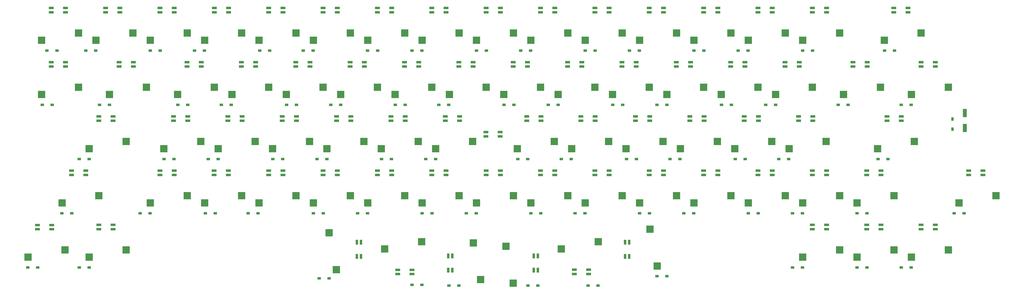
<source format=gbp>
G04 #@! TF.GenerationSoftware,KiCad,Pcbnew,5.0.2-bee76a0~70~ubuntu18.04.1*
G04 #@! TF.CreationDate,2020-02-19T02:44:08+09:00*
G04 #@! TF.ProjectId,thanatos,7468616e-6174-46f7-932e-6b696361645f,rev?*
G04 #@! TF.SameCoordinates,Original*
G04 #@! TF.FileFunction,Paste,Bot*
G04 #@! TF.FilePolarity,Positive*
%FSLAX46Y46*%
G04 Gerber Fmt 4.6, Leading zero omitted, Abs format (unit mm)*
G04 Created by KiCad (PCBNEW 5.0.2-bee76a0~70~ubuntu18.04.1) date 2020年02月19日 02時44分08秒*
%MOMM*%
%LPD*%
G01*
G04 APERTURE LIST*
%ADD10R,2.550000X2.500000*%
%ADD11R,1.399540X2.999740*%
%ADD12R,2.500000X2.550000*%
%ADD13R,1.300000X0.950000*%
%ADD14R,0.950000X1.300000*%
%ADD15R,1.800000X0.820000*%
%ADD16R,0.820000X1.800000*%
G04 APERTURE END LIST*
D10*
G04 #@! TO.C,SW46*
X333316000Y-73977500D03*
X320389000Y-76517500D03*
G04 #@! TD*
G04 #@! TO.C,SW32*
X345223000Y-54927500D03*
X332296000Y-57467500D03*
G04 #@! TD*
D11*
G04 #@! TO.C,R1*
X350964500Y-64010540D03*
X350964500Y-69212460D03*
G04 #@! TD*
D10*
G04 #@! TO.C,SW10*
X211873000Y-35877500D03*
X198946000Y-38417500D03*
G04 #@! TD*
G04 #@! TO.C,SW52*
X154723000Y-93027500D03*
X141796000Y-95567500D03*
G04 #@! TD*
G04 #@! TO.C,SW64*
X57091200Y-112078000D03*
X44164200Y-114618000D03*
G04 #@! TD*
D12*
G04 #@! TO.C,SW70*
X240665000Y-104834000D03*
X243205000Y-117761000D03*
G04 #@! TD*
D10*
G04 #@! TO.C,SW3*
X78522500Y-35877500D03*
X65595500Y-38417500D03*
G04 #@! TD*
G04 #@! TO.C,SW69*
X209609000Y-111760000D03*
X222536000Y-109220000D03*
G04 #@! TD*
G04 #@! TO.C,SW16*
X335697000Y-35877500D03*
X322770000Y-38417500D03*
G04 #@! TD*
G04 #@! TO.C,SW62*
X361891000Y-93027500D03*
X348964000Y-95567500D03*
G04 #@! TD*
G04 #@! TO.C,SW33*
X57091200Y-73977500D03*
X44164200Y-76517500D03*
G04 #@! TD*
G04 #@! TO.C,SW47*
X47566200Y-93027500D03*
X34639200Y-95567500D03*
G04 #@! TD*
D12*
G04 #@! TO.C,SW65*
X130810000Y-119004000D03*
X128270000Y-106077000D03*
G04 #@! TD*
D10*
G04 #@! TO.C,SW66*
X147696000Y-111760000D03*
X160623000Y-109220000D03*
G04 #@! TD*
D12*
G04 #@! TO.C,SW67*
X178752000Y-109596000D03*
X181292000Y-122523000D03*
G04 #@! TD*
G04 #@! TO.C,SW68*
X192722000Y-123766000D03*
X190182000Y-110839000D03*
G04 #@! TD*
D10*
G04 #@! TO.C,SW18*
X64235000Y-54927500D03*
X51308000Y-57467500D03*
G04 #@! TD*
G04 #@! TO.C,SW31*
X321410000Y-54927500D03*
X308483000Y-57467500D03*
G04 #@! TD*
G04 #@! TO.C,SW1*
X40422500Y-35877500D03*
X27495500Y-38417500D03*
G04 #@! TD*
G04 #@! TO.C,SW2*
X59472500Y-35877500D03*
X46545500Y-38417500D03*
G04 #@! TD*
G04 #@! TO.C,SW4*
X97572500Y-35877500D03*
X84645500Y-38417500D03*
G04 #@! TD*
G04 #@! TO.C,SW5*
X116623000Y-35877500D03*
X103696000Y-38417500D03*
G04 #@! TD*
G04 #@! TO.C,SW6*
X135673000Y-35877500D03*
X122746000Y-38417500D03*
G04 #@! TD*
G04 #@! TO.C,SW7*
X154723000Y-35877500D03*
X141796000Y-38417500D03*
G04 #@! TD*
G04 #@! TO.C,SW8*
X173773000Y-35877500D03*
X160846000Y-38417500D03*
G04 #@! TD*
G04 #@! TO.C,SW9*
X192823000Y-35877500D03*
X179896000Y-38417500D03*
G04 #@! TD*
G04 #@! TO.C,SW11*
X230923000Y-35877500D03*
X217996000Y-38417500D03*
G04 #@! TD*
G04 #@! TO.C,SW12*
X249973000Y-35877500D03*
X237046000Y-38417500D03*
G04 #@! TD*
G04 #@! TO.C,SW14*
X288073000Y-35877500D03*
X275146000Y-38417500D03*
G04 #@! TD*
G04 #@! TO.C,SW15*
X307123000Y-35877500D03*
X294196000Y-38417500D03*
G04 #@! TD*
G04 #@! TO.C,SW17*
X40422500Y-54927500D03*
X27495500Y-57467500D03*
G04 #@! TD*
G04 #@! TO.C,SW19*
X88047500Y-54927500D03*
X75120500Y-57467500D03*
G04 #@! TD*
G04 #@! TO.C,SW20*
X107097000Y-54927500D03*
X94170000Y-57467500D03*
G04 #@! TD*
G04 #@! TO.C,SW21*
X126147000Y-54927500D03*
X113220000Y-57467500D03*
G04 #@! TD*
G04 #@! TO.C,SW22*
X145197000Y-54927500D03*
X132270000Y-57467500D03*
G04 #@! TD*
G04 #@! TO.C,SW23*
X164247000Y-54927500D03*
X151320000Y-57467500D03*
G04 #@! TD*
G04 #@! TO.C,SW24*
X183297000Y-54927500D03*
X170370000Y-57467500D03*
G04 #@! TD*
G04 #@! TO.C,SW25*
X202347000Y-54927500D03*
X189420000Y-57467500D03*
G04 #@! TD*
G04 #@! TO.C,SW26*
X221397000Y-54927500D03*
X208470000Y-57467500D03*
G04 #@! TD*
G04 #@! TO.C,SW27*
X240447000Y-54927500D03*
X227520000Y-57467500D03*
G04 #@! TD*
G04 #@! TO.C,SW28*
X259497000Y-54927500D03*
X246570000Y-57467500D03*
G04 #@! TD*
G04 #@! TO.C,SW29*
X278547000Y-54927500D03*
X265620000Y-57467500D03*
G04 #@! TD*
G04 #@! TO.C,SW30*
X297597000Y-54927500D03*
X284670000Y-57467500D03*
G04 #@! TD*
G04 #@! TO.C,SW34*
X83285000Y-73977500D03*
X70358000Y-76517500D03*
G04 #@! TD*
G04 #@! TO.C,SW35*
X102335000Y-73977500D03*
X89408000Y-76517500D03*
G04 #@! TD*
G04 #@! TO.C,SW36*
X121385000Y-73977500D03*
X108458000Y-76517500D03*
G04 #@! TD*
G04 #@! TO.C,SW37*
X140435000Y-73977500D03*
X127508000Y-76517500D03*
G04 #@! TD*
G04 #@! TO.C,SW38*
X159485000Y-73977500D03*
X146558000Y-76517500D03*
G04 #@! TD*
G04 #@! TO.C,SW39*
X178535000Y-73977500D03*
X165608000Y-76517500D03*
G04 #@! TD*
G04 #@! TO.C,SW40*
X207110000Y-73977500D03*
X194183000Y-76517500D03*
G04 #@! TD*
G04 #@! TO.C,SW41*
X226160000Y-73977500D03*
X213233000Y-76517500D03*
G04 #@! TD*
G04 #@! TO.C,SW42*
X245210000Y-73977500D03*
X232283000Y-76517500D03*
G04 #@! TD*
G04 #@! TO.C,SW43*
X264260000Y-73977500D03*
X251333000Y-76517500D03*
G04 #@! TD*
G04 #@! TO.C,SW44*
X283310000Y-73977500D03*
X270383000Y-76517500D03*
G04 #@! TD*
G04 #@! TO.C,SW45*
X302360000Y-73977500D03*
X289433000Y-76517500D03*
G04 #@! TD*
G04 #@! TO.C,SW48*
X78522500Y-93027500D03*
X65595500Y-95567500D03*
G04 #@! TD*
G04 #@! TO.C,SW49*
X97572500Y-93027500D03*
X84645500Y-95567500D03*
G04 #@! TD*
G04 #@! TO.C,SW50*
X116623000Y-93027500D03*
X103696000Y-95567500D03*
G04 #@! TD*
G04 #@! TO.C,SW51*
X135673000Y-93027500D03*
X122746000Y-95567500D03*
G04 #@! TD*
G04 #@! TO.C,SW53*
X173773000Y-93027500D03*
X160846000Y-95567500D03*
G04 #@! TD*
G04 #@! TO.C,SW54*
X192823000Y-93027500D03*
X179896000Y-95567500D03*
G04 #@! TD*
G04 #@! TO.C,SW55*
X211873000Y-93027500D03*
X198946000Y-95567500D03*
G04 #@! TD*
G04 #@! TO.C,SW56*
X230923000Y-93027500D03*
X217996000Y-95567500D03*
G04 #@! TD*
G04 #@! TO.C,SW57*
X237046000Y-95567500D03*
X249973000Y-93027500D03*
G04 #@! TD*
G04 #@! TO.C,SW58*
X269023000Y-93027500D03*
X256096000Y-95567500D03*
G04 #@! TD*
G04 #@! TO.C,SW59*
X288073000Y-93027500D03*
X275146000Y-95567500D03*
G04 #@! TD*
G04 #@! TO.C,SW60*
X307123000Y-93027500D03*
X294196000Y-95567500D03*
G04 #@! TD*
G04 #@! TO.C,SW61*
X326173000Y-93027500D03*
X313246000Y-95567500D03*
G04 #@! TD*
G04 #@! TO.C,SW63*
X35660000Y-112078000D03*
X22733000Y-114618000D03*
G04 #@! TD*
G04 #@! TO.C,SW71*
X307123000Y-112078000D03*
X294196000Y-114618000D03*
G04 #@! TD*
G04 #@! TO.C,SW72*
X326173000Y-112078000D03*
X313246000Y-114618000D03*
G04 #@! TD*
G04 #@! TO.C,SW73*
X345223000Y-112078000D03*
X332296000Y-114618000D03*
G04 #@! TD*
G04 #@! TO.C,SW13*
X269023000Y-35877500D03*
X256096000Y-38417500D03*
G04 #@! TD*
D13*
G04 #@! TO.C,D1*
X32890000Y-42100500D03*
X29340000Y-42100500D03*
G04 #@! TD*
G04 #@! TO.C,D2*
X42929000Y-42100500D03*
X46479000Y-42100500D03*
G04 #@! TD*
G04 #@! TO.C,D3*
X69085000Y-42100500D03*
X65535000Y-42100500D03*
G04 #@! TD*
G04 #@! TO.C,D4*
X84579000Y-42100500D03*
X81029000Y-42100500D03*
G04 #@! TD*
G04 #@! TO.C,D5*
X103889000Y-42100500D03*
X107439000Y-42100500D03*
G04 #@! TD*
G04 #@! TO.C,D6*
X122679000Y-42100500D03*
X119129000Y-42100500D03*
G04 #@! TD*
G04 #@! TO.C,D7*
X145282000Y-42100500D03*
X141732000Y-42100500D03*
G04 #@! TD*
G04 #@! TO.C,D8*
X157229000Y-42100500D03*
X160779000Y-42100500D03*
G04 #@! TD*
G04 #@! TO.C,D9*
X179835000Y-42100500D03*
X183385000Y-42100500D03*
G04 #@! TD*
G04 #@! TO.C,D10*
X198879000Y-42100500D03*
X195329000Y-42100500D03*
G04 #@! TD*
G04 #@! TO.C,D11*
X217935000Y-42100500D03*
X221485000Y-42100500D03*
G04 #@! TD*
G04 #@! TO.C,D12*
X233429000Y-42100500D03*
X236979000Y-42100500D03*
G04 #@! TD*
G04 #@! TO.C,D13*
X256035000Y-42100500D03*
X259585000Y-42100500D03*
G04 #@! TD*
G04 #@! TO.C,D14*
X271529000Y-42100500D03*
X275079000Y-42100500D03*
G04 #@! TD*
G04 #@! TO.C,D15*
X294135000Y-42100500D03*
X297685000Y-42100500D03*
G04 #@! TD*
G04 #@! TO.C,D16*
X322837000Y-42100500D03*
X326387000Y-42100500D03*
G04 #@! TD*
G04 #@! TO.C,D17*
X31239000Y-61150500D03*
X27689000Y-61150500D03*
G04 #@! TD*
G04 #@! TO.C,D18*
X47755000Y-61150500D03*
X51305000Y-61150500D03*
G04 #@! TD*
G04 #@! TO.C,D19*
X78737000Y-61150500D03*
X75187000Y-61150500D03*
G04 #@! TD*
G04 #@! TO.C,D20*
X93977000Y-61150500D03*
X90427000Y-61150500D03*
G04 #@! TD*
G04 #@! TO.C,D21*
X113287000Y-61150500D03*
X116837000Y-61150500D03*
G04 #@! TD*
G04 #@! TO.C,D22*
X132331000Y-61150500D03*
X128781000Y-61150500D03*
G04 #@! TD*
G04 #@! TO.C,D23*
X151387000Y-61150500D03*
X154937000Y-61150500D03*
G04 #@! TD*
G04 #@! TO.C,D24*
X166627000Y-61150500D03*
X170177000Y-61150500D03*
G04 #@! TD*
G04 #@! TO.C,D25*
X189487000Y-61150500D03*
X193037000Y-61150500D03*
G04 #@! TD*
G04 #@! TO.C,D26*
X204981000Y-61150500D03*
X208531000Y-61150500D03*
G04 #@! TD*
G04 #@! TO.C,D27*
X227587000Y-61150500D03*
X231137000Y-61150500D03*
G04 #@! TD*
G04 #@! TO.C,D28*
X246631000Y-61150500D03*
X243081000Y-61150500D03*
G04 #@! TD*
G04 #@! TO.C,D29*
X269237000Y-61150500D03*
X265687000Y-61150500D03*
G04 #@! TD*
G04 #@! TO.C,D30*
X284731000Y-61150500D03*
X281181000Y-61150500D03*
G04 #@! TD*
G04 #@! TO.C,D31*
X310131000Y-61150500D03*
X306581000Y-61150500D03*
G04 #@! TD*
G04 #@! TO.C,D32*
X328679000Y-61150500D03*
X332229000Y-61150500D03*
G04 #@! TD*
G04 #@! TO.C,D33*
X40643000Y-80200500D03*
X44193000Y-80200500D03*
G04 #@! TD*
G04 #@! TO.C,D34*
X73911000Y-80200500D03*
X70361000Y-80200500D03*
G04 #@! TD*
G04 #@! TO.C,D35*
X85855000Y-80200500D03*
X89405000Y-80200500D03*
G04 #@! TD*
G04 #@! TO.C,D36*
X108461000Y-80200500D03*
X112011000Y-80200500D03*
G04 #@! TD*
G04 #@! TO.C,D37*
X123955000Y-80200500D03*
X127505000Y-80200500D03*
G04 #@! TD*
G04 #@! TO.C,D38*
X150111000Y-80200500D03*
X146561000Y-80200500D03*
G04 #@! TD*
G04 #@! TO.C,D39*
X165605000Y-80200500D03*
X162055000Y-80200500D03*
G04 #@! TD*
G04 #@! TO.C,D40*
X194313000Y-80200500D03*
X197863000Y-80200500D03*
G04 #@! TD*
G04 #@! TO.C,D41*
X213103000Y-80200500D03*
X209553000Y-80200500D03*
G04 #@! TD*
G04 #@! TO.C,D42*
X232413000Y-80200500D03*
X235963000Y-80200500D03*
G04 #@! TD*
G04 #@! TO.C,D43*
X247653000Y-80200500D03*
X251203000Y-80200500D03*
G04 #@! TD*
G04 #@! TO.C,D44*
X270513000Y-80200500D03*
X274063000Y-80200500D03*
G04 #@! TD*
G04 #@! TO.C,D45*
X285753000Y-80200500D03*
X289303000Y-80200500D03*
G04 #@! TD*
G04 #@! TO.C,D46*
X320551000Y-80200500D03*
X324101000Y-80200500D03*
G04 #@! TD*
G04 #@! TO.C,D47*
X34547000Y-99250500D03*
X38097000Y-99250500D03*
G04 #@! TD*
G04 #@! TO.C,D48*
X65529000Y-99250500D03*
X61979000Y-99250500D03*
G04 #@! TD*
G04 #@! TO.C,D49*
X88389000Y-99250500D03*
X84839000Y-99250500D03*
G04 #@! TD*
G04 #@! TO.C,D50*
X103375000Y-99250500D03*
X99825000Y-99250500D03*
G04 #@! TD*
G04 #@! TO.C,D51*
X126235000Y-99250500D03*
X122685000Y-99250500D03*
G04 #@! TD*
G04 #@! TO.C,D52*
X138179000Y-99250500D03*
X141729000Y-99250500D03*
G04 #@! TD*
G04 #@! TO.C,D53*
X164335000Y-99250500D03*
X160785000Y-99250500D03*
G04 #@! TD*
G04 #@! TO.C,D54*
X179829000Y-99250500D03*
X176279000Y-99250500D03*
G04 #@! TD*
G04 #@! TO.C,D55*
X198885000Y-99250500D03*
X202435000Y-99250500D03*
G04 #@! TD*
G04 #@! TO.C,D56*
X217929000Y-99250500D03*
X214379000Y-99250500D03*
G04 #@! TD*
G04 #@! TO.C,D57*
X240535000Y-99250500D03*
X236985000Y-99250500D03*
G04 #@! TD*
G04 #@! TO.C,D58*
X256029000Y-99250500D03*
X252479000Y-99250500D03*
G04 #@! TD*
G04 #@! TO.C,D59*
X278635000Y-99250500D03*
X275085000Y-99250500D03*
G04 #@! TD*
G04 #@! TO.C,D60*
X294129000Y-99250500D03*
X290579000Y-99250500D03*
G04 #@! TD*
G04 #@! TO.C,D61*
X316735000Y-99250500D03*
X313185000Y-99250500D03*
G04 #@! TD*
G04 #@! TO.C,D62*
X350771000Y-99250500D03*
X347221000Y-99250500D03*
G04 #@! TD*
G04 #@! TO.C,D63*
X26159000Y-118300000D03*
X22609000Y-118300000D03*
G04 #@! TD*
G04 #@! TO.C,D64*
X40643000Y-118300000D03*
X44193000Y-118300000D03*
G04 #@! TD*
G04 #@! TO.C,D65*
X124717000Y-122110000D03*
X128267000Y-122110000D03*
G04 #@! TD*
G04 #@! TO.C,D66*
X160779000Y-124396000D03*
X157229000Y-124396000D03*
G04 #@! TD*
G04 #@! TO.C,D67*
X170183000Y-124650000D03*
X173733000Y-124650000D03*
G04 #@! TD*
G04 #@! TO.C,D68*
X201419000Y-124650000D03*
X197869000Y-124650000D03*
G04 #@! TD*
G04 #@! TO.C,D69*
X222501000Y-124650000D03*
X218951000Y-124650000D03*
G04 #@! TD*
G04 #@! TO.C,D70*
X246631000Y-121348000D03*
X243081000Y-121348000D03*
G04 #@! TD*
G04 #@! TO.C,D71*
X290579000Y-118300000D03*
X294129000Y-118300000D03*
G04 #@! TD*
G04 #@! TO.C,D72*
X313185000Y-118300000D03*
X316735000Y-118300000D03*
G04 #@! TD*
G04 #@! TO.C,D73*
X328682000Y-118300000D03*
X332232000Y-118300000D03*
G04 #@! TD*
D14*
G04 #@! TO.C,D74*
X346646500Y-66106500D03*
X346646500Y-69656500D03*
G04 #@! TD*
D15*
G04 #@! TO.C,L1*
X326112000Y-27126500D03*
X326112000Y-28626500D03*
X331112000Y-28626500D03*
X331112000Y-27126500D03*
G04 #@! TD*
G04 #@! TO.C,L2*
X302538000Y-27126500D03*
X302538000Y-28626500D03*
X297538000Y-28626500D03*
X297538000Y-27126500D03*
G04 #@! TD*
G04 #@! TO.C,L3*
X283488000Y-27126500D03*
X283488000Y-28626500D03*
X278488000Y-28626500D03*
X278488000Y-27126500D03*
G04 #@! TD*
G04 #@! TO.C,L4*
X259438000Y-27126500D03*
X259438000Y-28626500D03*
X264438000Y-28626500D03*
X264438000Y-27126500D03*
G04 #@! TD*
G04 #@! TO.C,L5*
X245388000Y-27126500D03*
X245388000Y-28626500D03*
X240388000Y-28626500D03*
X240388000Y-27126500D03*
G04 #@! TD*
G04 #@! TO.C,L6*
X221338000Y-27126500D03*
X221338000Y-28626500D03*
X226338000Y-28626500D03*
X226338000Y-27126500D03*
G04 #@! TD*
G04 #@! TO.C,L7*
X207288000Y-27126500D03*
X207288000Y-28626500D03*
X202288000Y-28626500D03*
X202288000Y-27126500D03*
G04 #@! TD*
G04 #@! TO.C,L8*
X183238000Y-27126500D03*
X183238000Y-28626500D03*
X188238000Y-28626500D03*
X188238000Y-27126500D03*
G04 #@! TD*
G04 #@! TO.C,L9*
X169188000Y-27126500D03*
X169188000Y-28626500D03*
X164188000Y-28626500D03*
X164188000Y-27126500D03*
G04 #@! TD*
G04 #@! TO.C,L10*
X145138000Y-27126500D03*
X145138000Y-28626500D03*
X150138000Y-28626500D03*
X150138000Y-27126500D03*
G04 #@! TD*
G04 #@! TO.C,L11*
X131088000Y-27126500D03*
X131088000Y-28626500D03*
X126088000Y-28626500D03*
X126088000Y-27126500D03*
G04 #@! TD*
G04 #@! TO.C,L12*
X112038000Y-27126500D03*
X112038000Y-28626500D03*
X107038000Y-28626500D03*
X107038000Y-27126500D03*
G04 #@! TD*
G04 #@! TO.C,L13*
X87987500Y-27126500D03*
X87987500Y-28626500D03*
X92987500Y-28626500D03*
X92987500Y-27126500D03*
G04 #@! TD*
G04 #@! TO.C,L14*
X73937500Y-27126500D03*
X73937500Y-28626500D03*
X68937500Y-28626500D03*
X68937500Y-27126500D03*
G04 #@! TD*
G04 #@! TO.C,L15*
X49887500Y-27126500D03*
X49887500Y-28626500D03*
X54887500Y-28626500D03*
X54887500Y-27126500D03*
G04 #@! TD*
G04 #@! TO.C,L16*
X35837500Y-27126500D03*
X35837500Y-28626500D03*
X30837500Y-28626500D03*
X30837500Y-27126500D03*
G04 #@! TD*
G04 #@! TO.C,L17*
X35837500Y-47676500D03*
X35837500Y-46176500D03*
X30837500Y-46176500D03*
X30837500Y-47676500D03*
G04 #@! TD*
G04 #@! TO.C,L18*
X54650000Y-47676500D03*
X54650000Y-46176500D03*
X59650000Y-46176500D03*
X59650000Y-47676500D03*
G04 #@! TD*
G04 #@! TO.C,L19*
X83462500Y-47676500D03*
X83462500Y-46176500D03*
X78462500Y-46176500D03*
X78462500Y-47676500D03*
G04 #@! TD*
G04 #@! TO.C,L20*
X97512000Y-47676500D03*
X97512000Y-46176500D03*
X102512000Y-46176500D03*
X102512000Y-47676500D03*
G04 #@! TD*
G04 #@! TO.C,L21*
X116562000Y-47676500D03*
X116562000Y-46176500D03*
X121562000Y-46176500D03*
X121562000Y-47676500D03*
G04 #@! TD*
G04 #@! TO.C,L22*
X140612000Y-47676500D03*
X140612000Y-46176500D03*
X135612000Y-46176500D03*
X135612000Y-47676500D03*
G04 #@! TD*
G04 #@! TO.C,L23*
X154662000Y-47676500D03*
X154662000Y-46176500D03*
X159662000Y-46176500D03*
X159662000Y-47676500D03*
G04 #@! TD*
G04 #@! TO.C,L24*
X178712000Y-47676500D03*
X178712000Y-46176500D03*
X173712000Y-46176500D03*
X173712000Y-47676500D03*
G04 #@! TD*
G04 #@! TO.C,L25*
X192762000Y-47676500D03*
X192762000Y-46176500D03*
X197762000Y-46176500D03*
X197762000Y-47676500D03*
G04 #@! TD*
G04 #@! TO.C,L26*
X216812000Y-47676500D03*
X216812000Y-46176500D03*
X211812000Y-46176500D03*
X211812000Y-47676500D03*
G04 #@! TD*
G04 #@! TO.C,L27*
X230862000Y-47676500D03*
X230862000Y-46176500D03*
X235862000Y-46176500D03*
X235862000Y-47676500D03*
G04 #@! TD*
G04 #@! TO.C,L28*
X254912000Y-47676500D03*
X254912000Y-46176500D03*
X249912000Y-46176500D03*
X249912000Y-47676500D03*
G04 #@! TD*
G04 #@! TO.C,L29*
X268962000Y-47676500D03*
X268962000Y-46176500D03*
X273962000Y-46176500D03*
X273962000Y-47676500D03*
G04 #@! TD*
G04 #@! TO.C,L30*
X293012000Y-47676500D03*
X293012000Y-46176500D03*
X288012000Y-46176500D03*
X288012000Y-47676500D03*
G04 #@! TD*
G04 #@! TO.C,L31*
X316825000Y-47676500D03*
X316825000Y-46176500D03*
X311825000Y-46176500D03*
X311825000Y-47676500D03*
G04 #@! TD*
G04 #@! TO.C,L32*
X340638000Y-47676500D03*
X340638000Y-46176500D03*
X335638000Y-46176500D03*
X335638000Y-47676500D03*
G04 #@! TD*
G04 #@! TO.C,L33*
X323731000Y-65226500D03*
X323731000Y-66726500D03*
X328731000Y-66726500D03*
X328731000Y-65226500D03*
G04 #@! TD*
G04 #@! TO.C,L34*
X297775000Y-65226500D03*
X297775000Y-66726500D03*
X292775000Y-66726500D03*
X292775000Y-65226500D03*
G04 #@! TD*
G04 #@! TO.C,L35*
X273725000Y-65226500D03*
X273725000Y-66726500D03*
X278725000Y-66726500D03*
X278725000Y-65226500D03*
G04 #@! TD*
G04 #@! TO.C,L36*
X259675000Y-65226500D03*
X259675000Y-66726500D03*
X254675000Y-66726500D03*
X254675000Y-65226500D03*
G04 #@! TD*
G04 #@! TO.C,L37*
X235625000Y-65226500D03*
X235625000Y-66726500D03*
X240625000Y-66726500D03*
X240625000Y-65226500D03*
G04 #@! TD*
G04 #@! TO.C,L38*
X221448000Y-65226500D03*
X221448000Y-66726500D03*
X216448000Y-66726500D03*
X216448000Y-65226500D03*
G04 #@! TD*
G04 #@! TO.C,L39*
X197525000Y-65226500D03*
X197525000Y-66726500D03*
X202525000Y-66726500D03*
X202525000Y-65226500D03*
G04 #@! TD*
G04 #@! TO.C,L40*
X188174000Y-70687500D03*
X188174000Y-72187500D03*
X183174000Y-72187500D03*
X183174000Y-70687500D03*
G04 #@! TD*
G04 #@! TO.C,L41*
X168950000Y-65226500D03*
X168950000Y-66726500D03*
X173950000Y-66726500D03*
X173950000Y-65226500D03*
G04 #@! TD*
G04 #@! TO.C,L42*
X149900000Y-65226500D03*
X149900000Y-66726500D03*
X154900000Y-66726500D03*
X154900000Y-65226500D03*
G04 #@! TD*
G04 #@! TO.C,L43*
X135850000Y-65226500D03*
X135850000Y-66726500D03*
X130850000Y-66726500D03*
X130850000Y-65226500D03*
G04 #@! TD*
G04 #@! TO.C,L44*
X111800000Y-65226500D03*
X111800000Y-66726500D03*
X116800000Y-66726500D03*
X116800000Y-65226500D03*
G04 #@! TD*
G04 #@! TO.C,L45*
X97750000Y-65226500D03*
X97750000Y-66726500D03*
X92750000Y-66726500D03*
X92750000Y-65226500D03*
G04 #@! TD*
G04 #@! TO.C,L46*
X73700000Y-65226500D03*
X73700000Y-66726500D03*
X78700000Y-66726500D03*
X78700000Y-65226500D03*
G04 #@! TD*
G04 #@! TO.C,L47*
X52506200Y-65226500D03*
X52506200Y-66726500D03*
X47506200Y-66726500D03*
X47506200Y-65226500D03*
G04 #@! TD*
G04 #@! TO.C,L48*
X42981200Y-85776500D03*
X42981200Y-84276500D03*
X37981200Y-84276500D03*
X37981200Y-85776500D03*
G04 #@! TD*
G04 #@! TO.C,L49*
X73937500Y-85776500D03*
X73937500Y-84276500D03*
X68937500Y-84276500D03*
X68937500Y-85776500D03*
G04 #@! TD*
G04 #@! TO.C,L50*
X87924000Y-85776500D03*
X87924000Y-84276500D03*
X92924000Y-84276500D03*
X92924000Y-85776500D03*
G04 #@! TD*
G04 #@! TO.C,L51*
X112038000Y-85776500D03*
X112038000Y-84276500D03*
X107038000Y-84276500D03*
X107038000Y-85776500D03*
G04 #@! TD*
G04 #@! TO.C,L52*
X126088000Y-85776500D03*
X126088000Y-84276500D03*
X131088000Y-84276500D03*
X131088000Y-85776500D03*
G04 #@! TD*
G04 #@! TO.C,L53*
X150138000Y-85776500D03*
X150138000Y-84276500D03*
X145138000Y-84276500D03*
X145138000Y-85776500D03*
G04 #@! TD*
G04 #@! TO.C,L54*
X164188000Y-85776500D03*
X164188000Y-84276500D03*
X169188000Y-84276500D03*
X169188000Y-85776500D03*
G04 #@! TD*
G04 #@! TO.C,L55*
X188238000Y-85776500D03*
X188238000Y-84276500D03*
X183238000Y-84276500D03*
X183238000Y-85776500D03*
G04 #@! TD*
G04 #@! TO.C,L56*
X202288000Y-85776500D03*
X202288000Y-84276500D03*
X207288000Y-84276500D03*
X207288000Y-85776500D03*
G04 #@! TD*
G04 #@! TO.C,L57*
X221338000Y-85776500D03*
X221338000Y-84276500D03*
X226338000Y-84276500D03*
X226338000Y-85776500D03*
G04 #@! TD*
G04 #@! TO.C,L58*
X245388000Y-85776500D03*
X245388000Y-84276500D03*
X240388000Y-84276500D03*
X240388000Y-85776500D03*
G04 #@! TD*
G04 #@! TO.C,L59*
X264438000Y-85776500D03*
X264438000Y-84276500D03*
X259438000Y-84276500D03*
X259438000Y-85776500D03*
G04 #@! TD*
G04 #@! TO.C,L60*
X278488000Y-85776500D03*
X278488000Y-84276500D03*
X283488000Y-84276500D03*
X283488000Y-85776500D03*
G04 #@! TD*
G04 #@! TO.C,L61*
X302538000Y-85776500D03*
X302538000Y-84276500D03*
X297538000Y-84276500D03*
X297538000Y-85776500D03*
G04 #@! TD*
G04 #@! TO.C,L62*
X316588000Y-85776500D03*
X316588000Y-84276500D03*
X321588000Y-84276500D03*
X321588000Y-85776500D03*
G04 #@! TD*
G04 #@! TO.C,L63*
X357306000Y-85776500D03*
X357306000Y-84276500D03*
X352306000Y-84276500D03*
X352306000Y-85776500D03*
G04 #@! TD*
G04 #@! TO.C,L64*
X340638000Y-103314000D03*
X340638000Y-104814000D03*
X335638000Y-104814000D03*
X335638000Y-103314000D03*
G04 #@! TD*
G04 #@! TO.C,L65*
X316588000Y-103326000D03*
X316588000Y-104826000D03*
X321588000Y-104826000D03*
X321588000Y-103326000D03*
G04 #@! TD*
G04 #@! TO.C,L66*
X302538000Y-103326000D03*
X302538000Y-104826000D03*
X297538000Y-104826000D03*
X297538000Y-103326000D03*
G04 #@! TD*
D16*
G04 #@! TO.C,L67*
X231914000Y-114419000D03*
X233414000Y-114419000D03*
X233414000Y-109419000D03*
X231914000Y-109419000D03*
G04 #@! TD*
D15*
G04 #@! TO.C,L68*
X219194000Y-119074000D03*
X219194000Y-120574000D03*
X214194000Y-120574000D03*
X214194000Y-119074000D03*
G04 #@! TD*
D16*
G04 #@! TO.C,L69*
X201410000Y-114181000D03*
X199910000Y-114181000D03*
X199910000Y-119181000D03*
X201410000Y-119181000D03*
G04 #@! TD*
G04 #@! TO.C,L70*
X171438000Y-119181000D03*
X169938000Y-119181000D03*
X169938000Y-114181000D03*
X171438000Y-114181000D03*
G04 #@! TD*
D15*
G04 #@! TO.C,L71*
X152281000Y-119086000D03*
X152281000Y-120586000D03*
X157281000Y-120586000D03*
X157281000Y-119086000D03*
G04 #@! TD*
D16*
G04 #@! TO.C,L72*
X139434000Y-114419000D03*
X137934000Y-114419000D03*
X137934000Y-109419000D03*
X139434000Y-109419000D03*
G04 #@! TD*
D15*
G04 #@! TO.C,L73*
X47538000Y-103326000D03*
X47538000Y-104826000D03*
X52538000Y-104826000D03*
X52538000Y-103326000D03*
G04 #@! TD*
G04 #@! TO.C,L74*
X26075000Y-103338000D03*
X26075000Y-104838000D03*
X31075000Y-104838000D03*
X31075000Y-103338000D03*
G04 #@! TD*
M02*

</source>
